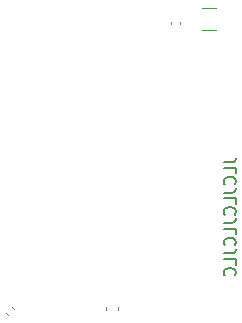
<source format=gbr>
%TF.GenerationSoftware,KiCad,Pcbnew,(6.0.4)*%
%TF.CreationDate,2023-05-30T00:11:29+09:00*%
%TF.ProjectId,BajieHeader,42616a69-6548-4656-9164-65722e6b6963,rev?*%
%TF.SameCoordinates,Original*%
%TF.FileFunction,Legend,Bot*%
%TF.FilePolarity,Positive*%
%FSLAX46Y46*%
G04 Gerber Fmt 4.6, Leading zero omitted, Abs format (unit mm)*
G04 Created by KiCad (PCBNEW (6.0.4)) date 2023-05-30 00:11:29*
%MOMM*%
%LPD*%
G01*
G04 APERTURE LIST*
%ADD10C,0.150000*%
%ADD11C,0.120000*%
G04 APERTURE END LIST*
D10*
X101788980Y-103762752D02*
X102503266Y-103762752D01*
X102646123Y-103715133D01*
X102741361Y-103619895D01*
X102788980Y-103477038D01*
X102788980Y-103381800D01*
X102788980Y-104715133D02*
X102788980Y-104238942D01*
X101788980Y-104238942D01*
X102693742Y-105619895D02*
X102741361Y-105572276D01*
X102788980Y-105429419D01*
X102788980Y-105334180D01*
X102741361Y-105191323D01*
X102646123Y-105096085D01*
X102550885Y-105048466D01*
X102360409Y-105000847D01*
X102217552Y-105000847D01*
X102027076Y-105048466D01*
X101931838Y-105096085D01*
X101836600Y-105191323D01*
X101788980Y-105334180D01*
X101788980Y-105429419D01*
X101836600Y-105572276D01*
X101884219Y-105619895D01*
X101788980Y-106334180D02*
X102503266Y-106334180D01*
X102646123Y-106286561D01*
X102741361Y-106191323D01*
X102788980Y-106048466D01*
X102788980Y-105953228D01*
X102788980Y-107286561D02*
X102788980Y-106810371D01*
X101788980Y-106810371D01*
X102693742Y-108191323D02*
X102741361Y-108143704D01*
X102788980Y-108000847D01*
X102788980Y-107905609D01*
X102741361Y-107762752D01*
X102646123Y-107667514D01*
X102550885Y-107619895D01*
X102360409Y-107572276D01*
X102217552Y-107572276D01*
X102027076Y-107619895D01*
X101931838Y-107667514D01*
X101836600Y-107762752D01*
X101788980Y-107905609D01*
X101788980Y-108000847D01*
X101836600Y-108143704D01*
X101884219Y-108191323D01*
X101788980Y-108905609D02*
X102503266Y-108905609D01*
X102646123Y-108857990D01*
X102741361Y-108762752D01*
X102788980Y-108619895D01*
X102788980Y-108524657D01*
X102788980Y-109857990D02*
X102788980Y-109381800D01*
X101788980Y-109381800D01*
X102693742Y-110762752D02*
X102741361Y-110715133D01*
X102788980Y-110572276D01*
X102788980Y-110477038D01*
X102741361Y-110334180D01*
X102646123Y-110238942D01*
X102550885Y-110191323D01*
X102360409Y-110143704D01*
X102217552Y-110143704D01*
X102027076Y-110191323D01*
X101931838Y-110238942D01*
X101836600Y-110334180D01*
X101788980Y-110477038D01*
X101788980Y-110572276D01*
X101836600Y-110715133D01*
X101884219Y-110762752D01*
X101788980Y-111477038D02*
X102503266Y-111477038D01*
X102646123Y-111429419D01*
X102741361Y-111334180D01*
X102788980Y-111191323D01*
X102788980Y-111096085D01*
X102788980Y-112429419D02*
X102788980Y-111953228D01*
X101788980Y-111953228D01*
X102693742Y-113334180D02*
X102741361Y-113286561D01*
X102788980Y-113143704D01*
X102788980Y-113048466D01*
X102741361Y-112905609D01*
X102646123Y-112810371D01*
X102550885Y-112762752D01*
X102360409Y-112715133D01*
X102217552Y-112715133D01*
X102027076Y-112762752D01*
X101931838Y-112810371D01*
X101836600Y-112905609D01*
X101788980Y-113048466D01*
X101788980Y-113143704D01*
X101836600Y-113286561D01*
X101884219Y-113334180D01*
D11*
%TO.C,F1*%
X99931136Y-90733200D02*
X101135264Y-90733200D01*
X99931136Y-92553200D02*
X101135264Y-92553200D01*
%TO.C,C1*%
X83540093Y-116662810D02*
X83387590Y-116510307D01*
X84049210Y-116153693D02*
X83896707Y-116001190D01*
%TO.C,C2*%
X92839000Y-116294780D02*
X92839000Y-116013620D01*
X91819000Y-116294780D02*
X91819000Y-116013620D01*
%TO.C,C13*%
X98073800Y-91865564D02*
X98073800Y-92081236D01*
X97353800Y-91865564D02*
X97353800Y-92081236D01*
%TD*%
M02*

</source>
